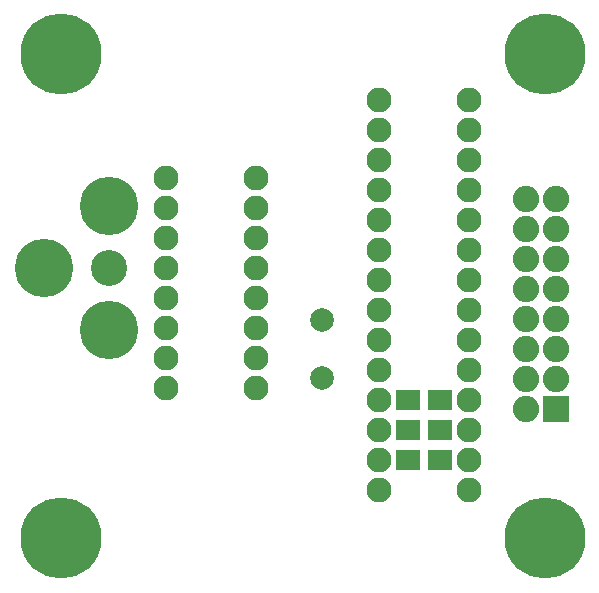
<source format=gbs>
G04 #@! TF.FileFunction,Soldermask,Bot*
%FSLAX46Y46*%
G04 Gerber Fmt 4.6, Leading zero omitted, Abs format (unit mm)*
G04 Created by KiCad (PCBNEW (after 2015-mar-04 BZR unknown)-product) date 11/7/2016 1:25:55 PM*
%MOMM*%
G01*
G04 APERTURE LIST*
%ADD10C,0.150000*%
%ADD11C,6.858000*%
%ADD12R,2.235200X2.235200*%
%ADD13O,2.235200X2.235200*%
%ADD14O,2.108000X2.108000*%
%ADD15C,2.009140*%
%ADD16C,4.953000*%
%ADD17C,3.048000*%
%ADD18R,2.008000X1.808000*%
G04 APERTURE END LIST*
D10*
D11*
X200000000Y-125000000D03*
X159000000Y-125000000D03*
X200000000Y-84000000D03*
X159000000Y-84000000D03*
D12*
X200914000Y-114046000D03*
D13*
X198374000Y-114046000D03*
X200914000Y-111506000D03*
X198374000Y-111506000D03*
X200914000Y-108966000D03*
X198374000Y-108966000D03*
X200914000Y-106426000D03*
X198374000Y-106426000D03*
X200914000Y-103886000D03*
X198374000Y-103886000D03*
X200914000Y-101346000D03*
X198374000Y-101346000D03*
X200914000Y-98806000D03*
X198374000Y-98806000D03*
X200914000Y-96266000D03*
X198374000Y-96266000D03*
D14*
X185928000Y-87884000D03*
X185928000Y-90424000D03*
X185928000Y-92964000D03*
X185928000Y-95504000D03*
X185928000Y-98044000D03*
X185928000Y-100584000D03*
X185928000Y-103124000D03*
X185928000Y-105664000D03*
X185928000Y-108204000D03*
X185928000Y-110744000D03*
X185928000Y-113284000D03*
X185928000Y-115824000D03*
X185928000Y-118364000D03*
X185928000Y-120904000D03*
X193548000Y-120904000D03*
X193548000Y-118364000D03*
X193548000Y-115824000D03*
X193548000Y-113284000D03*
X193548000Y-110744000D03*
X193548000Y-108204000D03*
X193548000Y-105664000D03*
X193548000Y-103124000D03*
X193548000Y-100584000D03*
X193548000Y-98044000D03*
X193548000Y-95504000D03*
X193548000Y-92964000D03*
X193548000Y-90424000D03*
X193548000Y-87884000D03*
X167894000Y-94488000D03*
X167894000Y-97028000D03*
X167894000Y-99568000D03*
X167894000Y-102108000D03*
X167894000Y-104648000D03*
X167894000Y-107188000D03*
X167894000Y-109728000D03*
X167894000Y-112268000D03*
X175514000Y-112268000D03*
X175514000Y-109728000D03*
X175514000Y-107188000D03*
X175514000Y-104648000D03*
X175514000Y-102108000D03*
X175514000Y-99568000D03*
X175514000Y-97028000D03*
X175514000Y-94488000D03*
D15*
X181102000Y-111406940D03*
X181102000Y-106525060D03*
D16*
X157556200Y-102108000D03*
X163068000Y-107353100D03*
X163068000Y-96862900D03*
D17*
X163068000Y-102108000D03*
D18*
X188388000Y-113284000D03*
X191088000Y-113284000D03*
X188388000Y-115824000D03*
X191088000Y-115824000D03*
X188388000Y-118364000D03*
X191088000Y-118364000D03*
M02*

</source>
